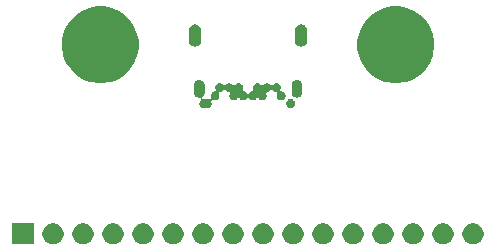
<source format=gbr>
G04 #@! TF.GenerationSoftware,KiCad,Pcbnew,(5.1.5)-3*
G04 #@! TF.CreationDate,2020-05-05T01:34:39+02:00*
G04 #@! TF.ProjectId,USB-C-USB-3.2,5553422d-432d-4555-9342-2d332e322e6b,rev?*
G04 #@! TF.SameCoordinates,Original*
G04 #@! TF.FileFunction,Soldermask,Bot*
G04 #@! TF.FilePolarity,Negative*
%FSLAX46Y46*%
G04 Gerber Fmt 4.6, Leading zero omitted, Abs format (unit mm)*
G04 Created by KiCad (PCBNEW (5.1.5)-3) date 2020-05-05 01:34:39*
%MOMM*%
%LPD*%
G04 APERTURE LIST*
%ADD10C,0.100000*%
G04 APERTURE END LIST*
D10*
G36*
X101663512Y-76103927D02*
G01*
X101812812Y-76133624D01*
X101976784Y-76201544D01*
X102124354Y-76300147D01*
X102249853Y-76425646D01*
X102348456Y-76573216D01*
X102416376Y-76737188D01*
X102451000Y-76911259D01*
X102451000Y-77088741D01*
X102416376Y-77262812D01*
X102348456Y-77426784D01*
X102249853Y-77574354D01*
X102124354Y-77699853D01*
X101976784Y-77798456D01*
X101812812Y-77866376D01*
X101663512Y-77896073D01*
X101638742Y-77901000D01*
X101461258Y-77901000D01*
X101436488Y-77896073D01*
X101287188Y-77866376D01*
X101123216Y-77798456D01*
X100975646Y-77699853D01*
X100850147Y-77574354D01*
X100751544Y-77426784D01*
X100683624Y-77262812D01*
X100649000Y-77088741D01*
X100649000Y-76911259D01*
X100683624Y-76737188D01*
X100751544Y-76573216D01*
X100850147Y-76425646D01*
X100975646Y-76300147D01*
X101123216Y-76201544D01*
X101287188Y-76133624D01*
X101436488Y-76103927D01*
X101461258Y-76099000D01*
X101638742Y-76099000D01*
X101663512Y-76103927D01*
G37*
G36*
X66103512Y-76103927D02*
G01*
X66252812Y-76133624D01*
X66416784Y-76201544D01*
X66564354Y-76300147D01*
X66689853Y-76425646D01*
X66788456Y-76573216D01*
X66856376Y-76737188D01*
X66891000Y-76911259D01*
X66891000Y-77088741D01*
X66856376Y-77262812D01*
X66788456Y-77426784D01*
X66689853Y-77574354D01*
X66564354Y-77699853D01*
X66416784Y-77798456D01*
X66252812Y-77866376D01*
X66103512Y-77896073D01*
X66078742Y-77901000D01*
X65901258Y-77901000D01*
X65876488Y-77896073D01*
X65727188Y-77866376D01*
X65563216Y-77798456D01*
X65415646Y-77699853D01*
X65290147Y-77574354D01*
X65191544Y-77426784D01*
X65123624Y-77262812D01*
X65089000Y-77088741D01*
X65089000Y-76911259D01*
X65123624Y-76737188D01*
X65191544Y-76573216D01*
X65290147Y-76425646D01*
X65415646Y-76300147D01*
X65563216Y-76201544D01*
X65727188Y-76133624D01*
X65876488Y-76103927D01*
X65901258Y-76099000D01*
X66078742Y-76099000D01*
X66103512Y-76103927D01*
G37*
G36*
X64351000Y-77901000D02*
G01*
X62549000Y-77901000D01*
X62549000Y-76099000D01*
X64351000Y-76099000D01*
X64351000Y-77901000D01*
G37*
G36*
X68643512Y-76103927D02*
G01*
X68792812Y-76133624D01*
X68956784Y-76201544D01*
X69104354Y-76300147D01*
X69229853Y-76425646D01*
X69328456Y-76573216D01*
X69396376Y-76737188D01*
X69431000Y-76911259D01*
X69431000Y-77088741D01*
X69396376Y-77262812D01*
X69328456Y-77426784D01*
X69229853Y-77574354D01*
X69104354Y-77699853D01*
X68956784Y-77798456D01*
X68792812Y-77866376D01*
X68643512Y-77896073D01*
X68618742Y-77901000D01*
X68441258Y-77901000D01*
X68416488Y-77896073D01*
X68267188Y-77866376D01*
X68103216Y-77798456D01*
X67955646Y-77699853D01*
X67830147Y-77574354D01*
X67731544Y-77426784D01*
X67663624Y-77262812D01*
X67629000Y-77088741D01*
X67629000Y-76911259D01*
X67663624Y-76737188D01*
X67731544Y-76573216D01*
X67830147Y-76425646D01*
X67955646Y-76300147D01*
X68103216Y-76201544D01*
X68267188Y-76133624D01*
X68416488Y-76103927D01*
X68441258Y-76099000D01*
X68618742Y-76099000D01*
X68643512Y-76103927D01*
G37*
G36*
X71183512Y-76103927D02*
G01*
X71332812Y-76133624D01*
X71496784Y-76201544D01*
X71644354Y-76300147D01*
X71769853Y-76425646D01*
X71868456Y-76573216D01*
X71936376Y-76737188D01*
X71971000Y-76911259D01*
X71971000Y-77088741D01*
X71936376Y-77262812D01*
X71868456Y-77426784D01*
X71769853Y-77574354D01*
X71644354Y-77699853D01*
X71496784Y-77798456D01*
X71332812Y-77866376D01*
X71183512Y-77896073D01*
X71158742Y-77901000D01*
X70981258Y-77901000D01*
X70956488Y-77896073D01*
X70807188Y-77866376D01*
X70643216Y-77798456D01*
X70495646Y-77699853D01*
X70370147Y-77574354D01*
X70271544Y-77426784D01*
X70203624Y-77262812D01*
X70169000Y-77088741D01*
X70169000Y-76911259D01*
X70203624Y-76737188D01*
X70271544Y-76573216D01*
X70370147Y-76425646D01*
X70495646Y-76300147D01*
X70643216Y-76201544D01*
X70807188Y-76133624D01*
X70956488Y-76103927D01*
X70981258Y-76099000D01*
X71158742Y-76099000D01*
X71183512Y-76103927D01*
G37*
G36*
X73723512Y-76103927D02*
G01*
X73872812Y-76133624D01*
X74036784Y-76201544D01*
X74184354Y-76300147D01*
X74309853Y-76425646D01*
X74408456Y-76573216D01*
X74476376Y-76737188D01*
X74511000Y-76911259D01*
X74511000Y-77088741D01*
X74476376Y-77262812D01*
X74408456Y-77426784D01*
X74309853Y-77574354D01*
X74184354Y-77699853D01*
X74036784Y-77798456D01*
X73872812Y-77866376D01*
X73723512Y-77896073D01*
X73698742Y-77901000D01*
X73521258Y-77901000D01*
X73496488Y-77896073D01*
X73347188Y-77866376D01*
X73183216Y-77798456D01*
X73035646Y-77699853D01*
X72910147Y-77574354D01*
X72811544Y-77426784D01*
X72743624Y-77262812D01*
X72709000Y-77088741D01*
X72709000Y-76911259D01*
X72743624Y-76737188D01*
X72811544Y-76573216D01*
X72910147Y-76425646D01*
X73035646Y-76300147D01*
X73183216Y-76201544D01*
X73347188Y-76133624D01*
X73496488Y-76103927D01*
X73521258Y-76099000D01*
X73698742Y-76099000D01*
X73723512Y-76103927D01*
G37*
G36*
X76263512Y-76103927D02*
G01*
X76412812Y-76133624D01*
X76576784Y-76201544D01*
X76724354Y-76300147D01*
X76849853Y-76425646D01*
X76948456Y-76573216D01*
X77016376Y-76737188D01*
X77051000Y-76911259D01*
X77051000Y-77088741D01*
X77016376Y-77262812D01*
X76948456Y-77426784D01*
X76849853Y-77574354D01*
X76724354Y-77699853D01*
X76576784Y-77798456D01*
X76412812Y-77866376D01*
X76263512Y-77896073D01*
X76238742Y-77901000D01*
X76061258Y-77901000D01*
X76036488Y-77896073D01*
X75887188Y-77866376D01*
X75723216Y-77798456D01*
X75575646Y-77699853D01*
X75450147Y-77574354D01*
X75351544Y-77426784D01*
X75283624Y-77262812D01*
X75249000Y-77088741D01*
X75249000Y-76911259D01*
X75283624Y-76737188D01*
X75351544Y-76573216D01*
X75450147Y-76425646D01*
X75575646Y-76300147D01*
X75723216Y-76201544D01*
X75887188Y-76133624D01*
X76036488Y-76103927D01*
X76061258Y-76099000D01*
X76238742Y-76099000D01*
X76263512Y-76103927D01*
G37*
G36*
X78803512Y-76103927D02*
G01*
X78952812Y-76133624D01*
X79116784Y-76201544D01*
X79264354Y-76300147D01*
X79389853Y-76425646D01*
X79488456Y-76573216D01*
X79556376Y-76737188D01*
X79591000Y-76911259D01*
X79591000Y-77088741D01*
X79556376Y-77262812D01*
X79488456Y-77426784D01*
X79389853Y-77574354D01*
X79264354Y-77699853D01*
X79116784Y-77798456D01*
X78952812Y-77866376D01*
X78803512Y-77896073D01*
X78778742Y-77901000D01*
X78601258Y-77901000D01*
X78576488Y-77896073D01*
X78427188Y-77866376D01*
X78263216Y-77798456D01*
X78115646Y-77699853D01*
X77990147Y-77574354D01*
X77891544Y-77426784D01*
X77823624Y-77262812D01*
X77789000Y-77088741D01*
X77789000Y-76911259D01*
X77823624Y-76737188D01*
X77891544Y-76573216D01*
X77990147Y-76425646D01*
X78115646Y-76300147D01*
X78263216Y-76201544D01*
X78427188Y-76133624D01*
X78576488Y-76103927D01*
X78601258Y-76099000D01*
X78778742Y-76099000D01*
X78803512Y-76103927D01*
G37*
G36*
X81343512Y-76103927D02*
G01*
X81492812Y-76133624D01*
X81656784Y-76201544D01*
X81804354Y-76300147D01*
X81929853Y-76425646D01*
X82028456Y-76573216D01*
X82096376Y-76737188D01*
X82131000Y-76911259D01*
X82131000Y-77088741D01*
X82096376Y-77262812D01*
X82028456Y-77426784D01*
X81929853Y-77574354D01*
X81804354Y-77699853D01*
X81656784Y-77798456D01*
X81492812Y-77866376D01*
X81343512Y-77896073D01*
X81318742Y-77901000D01*
X81141258Y-77901000D01*
X81116488Y-77896073D01*
X80967188Y-77866376D01*
X80803216Y-77798456D01*
X80655646Y-77699853D01*
X80530147Y-77574354D01*
X80431544Y-77426784D01*
X80363624Y-77262812D01*
X80329000Y-77088741D01*
X80329000Y-76911259D01*
X80363624Y-76737188D01*
X80431544Y-76573216D01*
X80530147Y-76425646D01*
X80655646Y-76300147D01*
X80803216Y-76201544D01*
X80967188Y-76133624D01*
X81116488Y-76103927D01*
X81141258Y-76099000D01*
X81318742Y-76099000D01*
X81343512Y-76103927D01*
G37*
G36*
X86423512Y-76103927D02*
G01*
X86572812Y-76133624D01*
X86736784Y-76201544D01*
X86884354Y-76300147D01*
X87009853Y-76425646D01*
X87108456Y-76573216D01*
X87176376Y-76737188D01*
X87211000Y-76911259D01*
X87211000Y-77088741D01*
X87176376Y-77262812D01*
X87108456Y-77426784D01*
X87009853Y-77574354D01*
X86884354Y-77699853D01*
X86736784Y-77798456D01*
X86572812Y-77866376D01*
X86423512Y-77896073D01*
X86398742Y-77901000D01*
X86221258Y-77901000D01*
X86196488Y-77896073D01*
X86047188Y-77866376D01*
X85883216Y-77798456D01*
X85735646Y-77699853D01*
X85610147Y-77574354D01*
X85511544Y-77426784D01*
X85443624Y-77262812D01*
X85409000Y-77088741D01*
X85409000Y-76911259D01*
X85443624Y-76737188D01*
X85511544Y-76573216D01*
X85610147Y-76425646D01*
X85735646Y-76300147D01*
X85883216Y-76201544D01*
X86047188Y-76133624D01*
X86196488Y-76103927D01*
X86221258Y-76099000D01*
X86398742Y-76099000D01*
X86423512Y-76103927D01*
G37*
G36*
X88963512Y-76103927D02*
G01*
X89112812Y-76133624D01*
X89276784Y-76201544D01*
X89424354Y-76300147D01*
X89549853Y-76425646D01*
X89648456Y-76573216D01*
X89716376Y-76737188D01*
X89751000Y-76911259D01*
X89751000Y-77088741D01*
X89716376Y-77262812D01*
X89648456Y-77426784D01*
X89549853Y-77574354D01*
X89424354Y-77699853D01*
X89276784Y-77798456D01*
X89112812Y-77866376D01*
X88963512Y-77896073D01*
X88938742Y-77901000D01*
X88761258Y-77901000D01*
X88736488Y-77896073D01*
X88587188Y-77866376D01*
X88423216Y-77798456D01*
X88275646Y-77699853D01*
X88150147Y-77574354D01*
X88051544Y-77426784D01*
X87983624Y-77262812D01*
X87949000Y-77088741D01*
X87949000Y-76911259D01*
X87983624Y-76737188D01*
X88051544Y-76573216D01*
X88150147Y-76425646D01*
X88275646Y-76300147D01*
X88423216Y-76201544D01*
X88587188Y-76133624D01*
X88736488Y-76103927D01*
X88761258Y-76099000D01*
X88938742Y-76099000D01*
X88963512Y-76103927D01*
G37*
G36*
X91503512Y-76103927D02*
G01*
X91652812Y-76133624D01*
X91816784Y-76201544D01*
X91964354Y-76300147D01*
X92089853Y-76425646D01*
X92188456Y-76573216D01*
X92256376Y-76737188D01*
X92291000Y-76911259D01*
X92291000Y-77088741D01*
X92256376Y-77262812D01*
X92188456Y-77426784D01*
X92089853Y-77574354D01*
X91964354Y-77699853D01*
X91816784Y-77798456D01*
X91652812Y-77866376D01*
X91503512Y-77896073D01*
X91478742Y-77901000D01*
X91301258Y-77901000D01*
X91276488Y-77896073D01*
X91127188Y-77866376D01*
X90963216Y-77798456D01*
X90815646Y-77699853D01*
X90690147Y-77574354D01*
X90591544Y-77426784D01*
X90523624Y-77262812D01*
X90489000Y-77088741D01*
X90489000Y-76911259D01*
X90523624Y-76737188D01*
X90591544Y-76573216D01*
X90690147Y-76425646D01*
X90815646Y-76300147D01*
X90963216Y-76201544D01*
X91127188Y-76133624D01*
X91276488Y-76103927D01*
X91301258Y-76099000D01*
X91478742Y-76099000D01*
X91503512Y-76103927D01*
G37*
G36*
X94043512Y-76103927D02*
G01*
X94192812Y-76133624D01*
X94356784Y-76201544D01*
X94504354Y-76300147D01*
X94629853Y-76425646D01*
X94728456Y-76573216D01*
X94796376Y-76737188D01*
X94831000Y-76911259D01*
X94831000Y-77088741D01*
X94796376Y-77262812D01*
X94728456Y-77426784D01*
X94629853Y-77574354D01*
X94504354Y-77699853D01*
X94356784Y-77798456D01*
X94192812Y-77866376D01*
X94043512Y-77896073D01*
X94018742Y-77901000D01*
X93841258Y-77901000D01*
X93816488Y-77896073D01*
X93667188Y-77866376D01*
X93503216Y-77798456D01*
X93355646Y-77699853D01*
X93230147Y-77574354D01*
X93131544Y-77426784D01*
X93063624Y-77262812D01*
X93029000Y-77088741D01*
X93029000Y-76911259D01*
X93063624Y-76737188D01*
X93131544Y-76573216D01*
X93230147Y-76425646D01*
X93355646Y-76300147D01*
X93503216Y-76201544D01*
X93667188Y-76133624D01*
X93816488Y-76103927D01*
X93841258Y-76099000D01*
X94018742Y-76099000D01*
X94043512Y-76103927D01*
G37*
G36*
X96583512Y-76103927D02*
G01*
X96732812Y-76133624D01*
X96896784Y-76201544D01*
X97044354Y-76300147D01*
X97169853Y-76425646D01*
X97268456Y-76573216D01*
X97336376Y-76737188D01*
X97371000Y-76911259D01*
X97371000Y-77088741D01*
X97336376Y-77262812D01*
X97268456Y-77426784D01*
X97169853Y-77574354D01*
X97044354Y-77699853D01*
X96896784Y-77798456D01*
X96732812Y-77866376D01*
X96583512Y-77896073D01*
X96558742Y-77901000D01*
X96381258Y-77901000D01*
X96356488Y-77896073D01*
X96207188Y-77866376D01*
X96043216Y-77798456D01*
X95895646Y-77699853D01*
X95770147Y-77574354D01*
X95671544Y-77426784D01*
X95603624Y-77262812D01*
X95569000Y-77088741D01*
X95569000Y-76911259D01*
X95603624Y-76737188D01*
X95671544Y-76573216D01*
X95770147Y-76425646D01*
X95895646Y-76300147D01*
X96043216Y-76201544D01*
X96207188Y-76133624D01*
X96356488Y-76103927D01*
X96381258Y-76099000D01*
X96558742Y-76099000D01*
X96583512Y-76103927D01*
G37*
G36*
X99123512Y-76103927D02*
G01*
X99272812Y-76133624D01*
X99436784Y-76201544D01*
X99584354Y-76300147D01*
X99709853Y-76425646D01*
X99808456Y-76573216D01*
X99876376Y-76737188D01*
X99911000Y-76911259D01*
X99911000Y-77088741D01*
X99876376Y-77262812D01*
X99808456Y-77426784D01*
X99709853Y-77574354D01*
X99584354Y-77699853D01*
X99436784Y-77798456D01*
X99272812Y-77866376D01*
X99123512Y-77896073D01*
X99098742Y-77901000D01*
X98921258Y-77901000D01*
X98896488Y-77896073D01*
X98747188Y-77866376D01*
X98583216Y-77798456D01*
X98435646Y-77699853D01*
X98310147Y-77574354D01*
X98211544Y-77426784D01*
X98143624Y-77262812D01*
X98109000Y-77088741D01*
X98109000Y-76911259D01*
X98143624Y-76737188D01*
X98211544Y-76573216D01*
X98310147Y-76425646D01*
X98435646Y-76300147D01*
X98583216Y-76201544D01*
X98747188Y-76133624D01*
X98896488Y-76103927D01*
X98921258Y-76099000D01*
X99098742Y-76099000D01*
X99123512Y-76103927D01*
G37*
G36*
X83883512Y-76103927D02*
G01*
X84032812Y-76133624D01*
X84196784Y-76201544D01*
X84344354Y-76300147D01*
X84469853Y-76425646D01*
X84568456Y-76573216D01*
X84636376Y-76737188D01*
X84671000Y-76911259D01*
X84671000Y-77088741D01*
X84636376Y-77262812D01*
X84568456Y-77426784D01*
X84469853Y-77574354D01*
X84344354Y-77699853D01*
X84196784Y-77798456D01*
X84032812Y-77866376D01*
X83883512Y-77896073D01*
X83858742Y-77901000D01*
X83681258Y-77901000D01*
X83656488Y-77896073D01*
X83507188Y-77866376D01*
X83343216Y-77798456D01*
X83195646Y-77699853D01*
X83070147Y-77574354D01*
X82971544Y-77426784D01*
X82903624Y-77262812D01*
X82869000Y-77088741D01*
X82869000Y-76911259D01*
X82903624Y-76737188D01*
X82971544Y-76573216D01*
X83070147Y-76425646D01*
X83195646Y-76300147D01*
X83343216Y-76201544D01*
X83507188Y-76133624D01*
X83656488Y-76103927D01*
X83681258Y-76099000D01*
X83858742Y-76099000D01*
X83883512Y-76103927D01*
G37*
G36*
X86209672Y-65598449D02*
G01*
X86209674Y-65598450D01*
X86209675Y-65598450D01*
X86278103Y-65626793D01*
X86339686Y-65667942D01*
X86392058Y-65720314D01*
X86433207Y-65781897D01*
X86441233Y-65801275D01*
X86461551Y-65850328D01*
X86476000Y-65922966D01*
X86476000Y-65997034D01*
X86468705Y-66033709D01*
X86461550Y-66069675D01*
X86433207Y-66138103D01*
X86392058Y-66199686D01*
X86339686Y-66252058D01*
X86278103Y-66293207D01*
X86209675Y-66321550D01*
X86209674Y-66321550D01*
X86209672Y-66321551D01*
X86137034Y-66336000D01*
X86062966Y-66336000D01*
X85990328Y-66321551D01*
X85990326Y-66321550D01*
X85990325Y-66321550D01*
X85921897Y-66293207D01*
X85860314Y-66252058D01*
X85807942Y-66199686D01*
X85766793Y-66138103D01*
X85738450Y-66069675D01*
X85731296Y-66033709D01*
X85724000Y-65997034D01*
X85724000Y-65922966D01*
X85738449Y-65850328D01*
X85758767Y-65801275D01*
X85766793Y-65781897D01*
X85807942Y-65720314D01*
X85860314Y-65667942D01*
X85921897Y-65626793D01*
X85990325Y-65598450D01*
X85990326Y-65598450D01*
X85990328Y-65598449D01*
X86062966Y-65584000D01*
X86137034Y-65584000D01*
X86209672Y-65598449D01*
G37*
G36*
X78458410Y-63965525D02*
G01*
X78543426Y-63991314D01*
X78621775Y-64033193D01*
X78690449Y-64089551D01*
X78746807Y-64158225D01*
X78788686Y-64236574D01*
X78814475Y-64321590D01*
X78821000Y-64387842D01*
X78821000Y-65032158D01*
X78814475Y-65098410D01*
X78788686Y-65183426D01*
X78746807Y-65261775D01*
X78690449Y-65330448D01*
X78651546Y-65362374D01*
X78634219Y-65379701D01*
X78620605Y-65400075D01*
X78611227Y-65422714D01*
X78606446Y-65446747D01*
X78606446Y-65471251D01*
X78611226Y-65495285D01*
X78620603Y-65517924D01*
X78634216Y-65538298D01*
X78651543Y-65555625D01*
X78671917Y-65569239D01*
X78694556Y-65578617D01*
X78718589Y-65583398D01*
X78730843Y-65584000D01*
X79068472Y-65584000D01*
X79123710Y-65589440D01*
X79196825Y-65611620D01*
X79220858Y-65616401D01*
X79245362Y-65616401D01*
X79269396Y-65611621D01*
X79292035Y-65602244D01*
X79312409Y-65588630D01*
X79329736Y-65571303D01*
X79343350Y-65550929D01*
X79352727Y-65528290D01*
X79357508Y-65504257D01*
X79357508Y-65479753D01*
X79352728Y-65455719D01*
X79348595Y-65444169D01*
X79338449Y-65419674D01*
X79324000Y-65347034D01*
X79324000Y-65272966D01*
X79338449Y-65200328D01*
X79345450Y-65183425D01*
X79366793Y-65131897D01*
X79407942Y-65070314D01*
X79460314Y-65017942D01*
X79521897Y-64976793D01*
X79590325Y-64948450D01*
X79590324Y-64948450D01*
X79590327Y-64948449D01*
X79665338Y-64933528D01*
X79688786Y-64926415D01*
X79710397Y-64914864D01*
X79729339Y-64899318D01*
X79744884Y-64880376D01*
X79756435Y-64858766D01*
X79763548Y-64835317D01*
X79765950Y-64810931D01*
X79763548Y-64786544D01*
X79756435Y-64763096D01*
X79738449Y-64719674D01*
X79724000Y-64647034D01*
X79724000Y-64572966D01*
X79738449Y-64500328D01*
X79738450Y-64500325D01*
X79766793Y-64431897D01*
X79807942Y-64370314D01*
X79860314Y-64317942D01*
X79921897Y-64276793D01*
X79990325Y-64248450D01*
X79990326Y-64248450D01*
X79990328Y-64248449D01*
X80062966Y-64234000D01*
X80137034Y-64234000D01*
X80209672Y-64248449D01*
X80209674Y-64248450D01*
X80209675Y-64248450D01*
X80278103Y-64276793D01*
X80339686Y-64317942D01*
X80392058Y-64370314D01*
X80396072Y-64376321D01*
X80411612Y-64395256D01*
X80430553Y-64410801D01*
X80452164Y-64422353D01*
X80475613Y-64429466D01*
X80499999Y-64431868D01*
X80524385Y-64429466D01*
X80547834Y-64422353D01*
X80569445Y-64410803D01*
X80588387Y-64395257D01*
X80603928Y-64376321D01*
X80607942Y-64370314D01*
X80660314Y-64317942D01*
X80721897Y-64276793D01*
X80790325Y-64248450D01*
X80790326Y-64248450D01*
X80790328Y-64248449D01*
X80862966Y-64234000D01*
X80937034Y-64234000D01*
X81009672Y-64248449D01*
X81009674Y-64248450D01*
X81009675Y-64248450D01*
X81078103Y-64276793D01*
X81139686Y-64317942D01*
X81192058Y-64370314D01*
X81196072Y-64376321D01*
X81211612Y-64395256D01*
X81230553Y-64410801D01*
X81252164Y-64422353D01*
X81275613Y-64429466D01*
X81299999Y-64431868D01*
X81324385Y-64429466D01*
X81347834Y-64422353D01*
X81369445Y-64410803D01*
X81388387Y-64395257D01*
X81403928Y-64376321D01*
X81407942Y-64370314D01*
X81460314Y-64317942D01*
X81521897Y-64276793D01*
X81590325Y-64248450D01*
X81590326Y-64248450D01*
X81590328Y-64248449D01*
X81662966Y-64234000D01*
X81737034Y-64234000D01*
X81809672Y-64248449D01*
X81809674Y-64248450D01*
X81809675Y-64248450D01*
X81878103Y-64276793D01*
X81939686Y-64317942D01*
X81992058Y-64370314D01*
X82033207Y-64431897D01*
X82061550Y-64500325D01*
X82061551Y-64500328D01*
X82076000Y-64572966D01*
X82076000Y-64647034D01*
X82061551Y-64719674D01*
X82043565Y-64763096D01*
X82036452Y-64786545D01*
X82034050Y-64810931D01*
X82036452Y-64835317D01*
X82043565Y-64858766D01*
X82055116Y-64880376D01*
X82070661Y-64899318D01*
X82089603Y-64914864D01*
X82111214Y-64926415D01*
X82134662Y-64933528D01*
X82209673Y-64948449D01*
X82209676Y-64948450D01*
X82209675Y-64948450D01*
X82278103Y-64976793D01*
X82339686Y-65017942D01*
X82392058Y-65070314D01*
X82396072Y-65076321D01*
X82411612Y-65095256D01*
X82430553Y-65110801D01*
X82452164Y-65122353D01*
X82475613Y-65129466D01*
X82499999Y-65131868D01*
X82524385Y-65129466D01*
X82547834Y-65122353D01*
X82569445Y-65110803D01*
X82588387Y-65095257D01*
X82603928Y-65076321D01*
X82607942Y-65070314D01*
X82660314Y-65017942D01*
X82721897Y-64976793D01*
X82790325Y-64948450D01*
X82790324Y-64948450D01*
X82790327Y-64948449D01*
X82865338Y-64933528D01*
X82888786Y-64926415D01*
X82910397Y-64914864D01*
X82929339Y-64899318D01*
X82944884Y-64880376D01*
X82956435Y-64858766D01*
X82963548Y-64835317D01*
X82965950Y-64810931D01*
X82963548Y-64786544D01*
X82956435Y-64763096D01*
X82938449Y-64719674D01*
X82924000Y-64647034D01*
X82924000Y-64572966D01*
X82938449Y-64500328D01*
X82938450Y-64500325D01*
X82966793Y-64431897D01*
X83007942Y-64370314D01*
X83060314Y-64317942D01*
X83121897Y-64276793D01*
X83190325Y-64248450D01*
X83190326Y-64248450D01*
X83190328Y-64248449D01*
X83262966Y-64234000D01*
X83337034Y-64234000D01*
X83409672Y-64248449D01*
X83409674Y-64248450D01*
X83409675Y-64248450D01*
X83478103Y-64276793D01*
X83539686Y-64317942D01*
X83592058Y-64370314D01*
X83596072Y-64376321D01*
X83611612Y-64395256D01*
X83630553Y-64410801D01*
X83652164Y-64422353D01*
X83675613Y-64429466D01*
X83699999Y-64431868D01*
X83724385Y-64429466D01*
X83747834Y-64422353D01*
X83769445Y-64410803D01*
X83788387Y-64395257D01*
X83803928Y-64376321D01*
X83807942Y-64370314D01*
X83860314Y-64317942D01*
X83921897Y-64276793D01*
X83990325Y-64248450D01*
X83990326Y-64248450D01*
X83990328Y-64248449D01*
X84062966Y-64234000D01*
X84137034Y-64234000D01*
X84209672Y-64248449D01*
X84209674Y-64248450D01*
X84209675Y-64248450D01*
X84278103Y-64276793D01*
X84339686Y-64317942D01*
X84392058Y-64370314D01*
X84396072Y-64376321D01*
X84411612Y-64395256D01*
X84430553Y-64410801D01*
X84452164Y-64422353D01*
X84475613Y-64429466D01*
X84499999Y-64431868D01*
X84524385Y-64429466D01*
X84547834Y-64422353D01*
X84569445Y-64410803D01*
X84588387Y-64395257D01*
X84603928Y-64376321D01*
X84607942Y-64370314D01*
X84660314Y-64317942D01*
X84721897Y-64276793D01*
X84790325Y-64248450D01*
X84790326Y-64248450D01*
X84790328Y-64248449D01*
X84862966Y-64234000D01*
X84937034Y-64234000D01*
X85009672Y-64248449D01*
X85009674Y-64248450D01*
X85009675Y-64248450D01*
X85078103Y-64276793D01*
X85139686Y-64317942D01*
X85192058Y-64370314D01*
X85233207Y-64431897D01*
X85261550Y-64500325D01*
X85261551Y-64500328D01*
X85276000Y-64572966D01*
X85276000Y-64647034D01*
X85261551Y-64719674D01*
X85243565Y-64763096D01*
X85236452Y-64786545D01*
X85234050Y-64810931D01*
X85236452Y-64835317D01*
X85243565Y-64858766D01*
X85255116Y-64880376D01*
X85270661Y-64899318D01*
X85289603Y-64914864D01*
X85311214Y-64926415D01*
X85334662Y-64933528D01*
X85409673Y-64948449D01*
X85409676Y-64948450D01*
X85409675Y-64948450D01*
X85478103Y-64976793D01*
X85539686Y-65017942D01*
X85592058Y-65070314D01*
X85633207Y-65131897D01*
X85654550Y-65183425D01*
X85661551Y-65200328D01*
X85676000Y-65272966D01*
X85676000Y-65347034D01*
X85672949Y-65362374D01*
X85661550Y-65419675D01*
X85633207Y-65488103D01*
X85592058Y-65549686D01*
X85539686Y-65602058D01*
X85478103Y-65643207D01*
X85409675Y-65671550D01*
X85409674Y-65671550D01*
X85409672Y-65671551D01*
X85337034Y-65686000D01*
X85262966Y-65686000D01*
X85190328Y-65671551D01*
X85190326Y-65671550D01*
X85190325Y-65671550D01*
X85121897Y-65643207D01*
X85060314Y-65602058D01*
X85007942Y-65549686D01*
X84966793Y-65488103D01*
X84938450Y-65419675D01*
X84927052Y-65362374D01*
X84924000Y-65347034D01*
X84924000Y-65272966D01*
X84938449Y-65200326D01*
X84956435Y-65156904D01*
X84963548Y-65133455D01*
X84965950Y-65109069D01*
X84963548Y-65084683D01*
X84956435Y-65061234D01*
X84944884Y-65039624D01*
X84929339Y-65020682D01*
X84910397Y-65005136D01*
X84888786Y-64993585D01*
X84865338Y-64986472D01*
X84790327Y-64971551D01*
X84780304Y-64967399D01*
X84721897Y-64943207D01*
X84660314Y-64902058D01*
X84607942Y-64849686D01*
X84603928Y-64843679D01*
X84588388Y-64824744D01*
X84569447Y-64809199D01*
X84547836Y-64797647D01*
X84524387Y-64790534D01*
X84500001Y-64788132D01*
X84475615Y-64790534D01*
X84452166Y-64797647D01*
X84430555Y-64809197D01*
X84411613Y-64824743D01*
X84396072Y-64843679D01*
X84392058Y-64849686D01*
X84339686Y-64902058D01*
X84278103Y-64943207D01*
X84219696Y-64967399D01*
X84209673Y-64971551D01*
X84134662Y-64986472D01*
X84111214Y-64993585D01*
X84089603Y-65005136D01*
X84070661Y-65020682D01*
X84055116Y-65039624D01*
X84043565Y-65061234D01*
X84036452Y-65084683D01*
X84034050Y-65109069D01*
X84036452Y-65133456D01*
X84043565Y-65156904D01*
X84061551Y-65200326D01*
X84076000Y-65272966D01*
X84076000Y-65347034D01*
X84072949Y-65362374D01*
X84061550Y-65419675D01*
X84033207Y-65488103D01*
X83992058Y-65549686D01*
X83939686Y-65602058D01*
X83878103Y-65643207D01*
X83809675Y-65671550D01*
X83809674Y-65671550D01*
X83809672Y-65671551D01*
X83737034Y-65686000D01*
X83662966Y-65686000D01*
X83590328Y-65671551D01*
X83590326Y-65671550D01*
X83590325Y-65671550D01*
X83521897Y-65643207D01*
X83460314Y-65602058D01*
X83407942Y-65549686D01*
X83403928Y-65543679D01*
X83388388Y-65524744D01*
X83369447Y-65509199D01*
X83347836Y-65497647D01*
X83324387Y-65490534D01*
X83300001Y-65488132D01*
X83275615Y-65490534D01*
X83252166Y-65497647D01*
X83230555Y-65509197D01*
X83211613Y-65524743D01*
X83196072Y-65543679D01*
X83192058Y-65549686D01*
X83139686Y-65602058D01*
X83078103Y-65643207D01*
X83009675Y-65671550D01*
X83009674Y-65671550D01*
X83009672Y-65671551D01*
X82937034Y-65686000D01*
X82862966Y-65686000D01*
X82790328Y-65671551D01*
X82790326Y-65671550D01*
X82790325Y-65671550D01*
X82721897Y-65643207D01*
X82660314Y-65602058D01*
X82607942Y-65549686D01*
X82603928Y-65543679D01*
X82588388Y-65524744D01*
X82569447Y-65509199D01*
X82547836Y-65497647D01*
X82524387Y-65490534D01*
X82500001Y-65488132D01*
X82475615Y-65490534D01*
X82452166Y-65497647D01*
X82430555Y-65509197D01*
X82411613Y-65524743D01*
X82396072Y-65543679D01*
X82392058Y-65549686D01*
X82339686Y-65602058D01*
X82278103Y-65643207D01*
X82209675Y-65671550D01*
X82209674Y-65671550D01*
X82209672Y-65671551D01*
X82137034Y-65686000D01*
X82062966Y-65686000D01*
X81990328Y-65671551D01*
X81990326Y-65671550D01*
X81990325Y-65671550D01*
X81921897Y-65643207D01*
X81860314Y-65602058D01*
X81807942Y-65549686D01*
X81803928Y-65543679D01*
X81788388Y-65524744D01*
X81769447Y-65509199D01*
X81747836Y-65497647D01*
X81724387Y-65490534D01*
X81700001Y-65488132D01*
X81675615Y-65490534D01*
X81652166Y-65497647D01*
X81630555Y-65509197D01*
X81611613Y-65524743D01*
X81596072Y-65543679D01*
X81592058Y-65549686D01*
X81539686Y-65602058D01*
X81478103Y-65643207D01*
X81409675Y-65671550D01*
X81409674Y-65671550D01*
X81409672Y-65671551D01*
X81337034Y-65686000D01*
X81262966Y-65686000D01*
X81190328Y-65671551D01*
X81190326Y-65671550D01*
X81190325Y-65671550D01*
X81121897Y-65643207D01*
X81060314Y-65602058D01*
X81007942Y-65549686D01*
X80966793Y-65488103D01*
X80938450Y-65419675D01*
X80927052Y-65362374D01*
X80924000Y-65347034D01*
X80924000Y-65272966D01*
X80938449Y-65200326D01*
X80956435Y-65156904D01*
X80963548Y-65133455D01*
X80965950Y-65109069D01*
X80963548Y-65084683D01*
X80956435Y-65061234D01*
X80944884Y-65039624D01*
X80929339Y-65020682D01*
X80910397Y-65005136D01*
X80888786Y-64993585D01*
X80865338Y-64986472D01*
X80790327Y-64971551D01*
X80780304Y-64967399D01*
X80721897Y-64943207D01*
X80660314Y-64902058D01*
X80607942Y-64849686D01*
X80603928Y-64843679D01*
X80588388Y-64824744D01*
X80569447Y-64809199D01*
X80547836Y-64797647D01*
X80524387Y-64790534D01*
X80500001Y-64788132D01*
X80475615Y-64790534D01*
X80452166Y-64797647D01*
X80430555Y-64809197D01*
X80411613Y-64824743D01*
X80396072Y-64843679D01*
X80392058Y-64849686D01*
X80339686Y-64902058D01*
X80278103Y-64943207D01*
X80219696Y-64967399D01*
X80209673Y-64971551D01*
X80134662Y-64986472D01*
X80111214Y-64993585D01*
X80089603Y-65005136D01*
X80070661Y-65020682D01*
X80055116Y-65039624D01*
X80043565Y-65061234D01*
X80036452Y-65084683D01*
X80034050Y-65109069D01*
X80036452Y-65133456D01*
X80043565Y-65156904D01*
X80061551Y-65200326D01*
X80076000Y-65272966D01*
X80076000Y-65347034D01*
X80072949Y-65362374D01*
X80061550Y-65419675D01*
X80033207Y-65488103D01*
X79992058Y-65549686D01*
X79939686Y-65602058D01*
X79878103Y-65643207D01*
X79809675Y-65671550D01*
X79809674Y-65671550D01*
X79809672Y-65671551D01*
X79737034Y-65686000D01*
X79662966Y-65686000D01*
X79590326Y-65671551D01*
X79565831Y-65661405D01*
X79542382Y-65654292D01*
X79517996Y-65651890D01*
X79493610Y-65654292D01*
X79470161Y-65661405D01*
X79448550Y-65672956D01*
X79429608Y-65688501D01*
X79414063Y-65707443D01*
X79402512Y-65729054D01*
X79395399Y-65752503D01*
X79392997Y-65776889D01*
X79395399Y-65801275D01*
X79398380Y-65813175D01*
X79420560Y-65886290D01*
X79427819Y-65960000D01*
X79420560Y-66033710D01*
X79399060Y-66104585D01*
X79364146Y-66169904D01*
X79317159Y-66227159D01*
X79259904Y-66274146D01*
X79194585Y-66309060D01*
X79123710Y-66330560D01*
X79068472Y-66336000D01*
X78731528Y-66336000D01*
X78676290Y-66330560D01*
X78605415Y-66309060D01*
X78540096Y-66274146D01*
X78482841Y-66227159D01*
X78435854Y-66169904D01*
X78400940Y-66104585D01*
X78379440Y-66033710D01*
X78372181Y-65960000D01*
X78379440Y-65886290D01*
X78400940Y-65815415D01*
X78435854Y-65750096D01*
X78482841Y-65692842D01*
X78497703Y-65680645D01*
X78515030Y-65663318D01*
X78528644Y-65642944D01*
X78538021Y-65620305D01*
X78542802Y-65596272D01*
X78542802Y-65571768D01*
X78538022Y-65547735D01*
X78528645Y-65525096D01*
X78515031Y-65504721D01*
X78497704Y-65487394D01*
X78477330Y-65473780D01*
X78454691Y-65464403D01*
X78430658Y-65459622D01*
X78406154Y-65459622D01*
X78370001Y-65463182D01*
X78370000Y-65463182D01*
X78361293Y-65462324D01*
X78281590Y-65454475D01*
X78196574Y-65428686D01*
X78118225Y-65386807D01*
X78049552Y-65330449D01*
X77993193Y-65261774D01*
X77951314Y-65183425D01*
X77925525Y-65098409D01*
X77919000Y-65032157D01*
X77919000Y-64387842D01*
X77925525Y-64321590D01*
X77951313Y-64236577D01*
X77993195Y-64158224D01*
X78049552Y-64089551D01*
X78118226Y-64033193D01*
X78196575Y-63991314D01*
X78281591Y-63965525D01*
X78370000Y-63956818D01*
X78458410Y-63965525D01*
G37*
G36*
X86718410Y-63965525D02*
G01*
X86803426Y-63991314D01*
X86881775Y-64033193D01*
X86950449Y-64089551D01*
X87006807Y-64158225D01*
X87048686Y-64236574D01*
X87074475Y-64321590D01*
X87081000Y-64387842D01*
X87081000Y-65032158D01*
X87074475Y-65098410D01*
X87048686Y-65183426D01*
X87006807Y-65261775D01*
X86950449Y-65330448D01*
X86881774Y-65386807D01*
X86803425Y-65428686D01*
X86718409Y-65454475D01*
X86630000Y-65463182D01*
X86541590Y-65454475D01*
X86456574Y-65428686D01*
X86378225Y-65386807D01*
X86309552Y-65330449D01*
X86253193Y-65261774D01*
X86211314Y-65183425D01*
X86185525Y-65098409D01*
X86179000Y-65032157D01*
X86179000Y-64387842D01*
X86185525Y-64321590D01*
X86211313Y-64236577D01*
X86253195Y-64158224D01*
X86309552Y-64089551D01*
X86378226Y-64033193D01*
X86456575Y-63991314D01*
X86541591Y-63965525D01*
X86630000Y-63956818D01*
X86718410Y-63965525D01*
G37*
G36*
X70634239Y-57811467D02*
G01*
X70948282Y-57873934D01*
X71539926Y-58119001D01*
X72072392Y-58474784D01*
X72525216Y-58927608D01*
X72880999Y-59460074D01*
X73126066Y-60051718D01*
X73126066Y-60051719D01*
X73251000Y-60679803D01*
X73251000Y-61320197D01*
X73188533Y-61634239D01*
X73126066Y-61948282D01*
X72880999Y-62539926D01*
X72525216Y-63072392D01*
X72072392Y-63525216D01*
X71539926Y-63880999D01*
X70948282Y-64126066D01*
X70634239Y-64188533D01*
X70320197Y-64251000D01*
X69679803Y-64251000D01*
X69365761Y-64188533D01*
X69051718Y-64126066D01*
X68460074Y-63880999D01*
X67927608Y-63525216D01*
X67474784Y-63072392D01*
X67119001Y-62539926D01*
X66873934Y-61948282D01*
X66811467Y-61634239D01*
X66749000Y-61320197D01*
X66749000Y-60679803D01*
X66873934Y-60051719D01*
X66873934Y-60051718D01*
X67119001Y-59460074D01*
X67474784Y-58927608D01*
X67927608Y-58474784D01*
X68460074Y-58119001D01*
X69051718Y-57873934D01*
X69365761Y-57811467D01*
X69679803Y-57749000D01*
X70320197Y-57749000D01*
X70634239Y-57811467D01*
G37*
G36*
X95634239Y-57811467D02*
G01*
X95948282Y-57873934D01*
X96539926Y-58119001D01*
X97072392Y-58474784D01*
X97525216Y-58927608D01*
X97880999Y-59460074D01*
X98126066Y-60051718D01*
X98126066Y-60051719D01*
X98251000Y-60679803D01*
X98251000Y-61320197D01*
X98188533Y-61634239D01*
X98126066Y-61948282D01*
X97880999Y-62539926D01*
X97525216Y-63072392D01*
X97072392Y-63525216D01*
X96539926Y-63880999D01*
X95948282Y-64126066D01*
X95634239Y-64188533D01*
X95320197Y-64251000D01*
X94679803Y-64251000D01*
X94365761Y-64188533D01*
X94051718Y-64126066D01*
X93460074Y-63880999D01*
X92927608Y-63525216D01*
X92474784Y-63072392D01*
X92119001Y-62539926D01*
X91873934Y-61948282D01*
X91811467Y-61634239D01*
X91749000Y-61320197D01*
X91749000Y-60679803D01*
X91873934Y-60051719D01*
X91873934Y-60051718D01*
X92119001Y-59460074D01*
X92474784Y-58927608D01*
X92927608Y-58474784D01*
X93460074Y-58119001D01*
X94051718Y-57873934D01*
X94365761Y-57811467D01*
X94679803Y-57749000D01*
X95320197Y-57749000D01*
X95634239Y-57811467D01*
G37*
G36*
X87093114Y-59256611D02*
G01*
X87192265Y-59286688D01*
X87283644Y-59335531D01*
X87363738Y-59401262D01*
X87429469Y-59481356D01*
X87478312Y-59572735D01*
X87508389Y-59671886D01*
X87516000Y-59749161D01*
X87516000Y-60650839D01*
X87508389Y-60728114D01*
X87478312Y-60827265D01*
X87429469Y-60918644D01*
X87363738Y-60998738D01*
X87283644Y-61064469D01*
X87192264Y-61113312D01*
X87093113Y-61143389D01*
X86990000Y-61153545D01*
X86886886Y-61143389D01*
X86787735Y-61113312D01*
X86696356Y-61064469D01*
X86616262Y-60998738D01*
X86550531Y-60918644D01*
X86501688Y-60827264D01*
X86471611Y-60728113D01*
X86464000Y-60650838D01*
X86464000Y-59749161D01*
X86471612Y-59671886D01*
X86501689Y-59572735D01*
X86550532Y-59481356D01*
X86616263Y-59401262D01*
X86696357Y-59335531D01*
X86787736Y-59286688D01*
X86886887Y-59256611D01*
X86990000Y-59246455D01*
X87093114Y-59256611D01*
G37*
G36*
X78113114Y-59256611D02*
G01*
X78212265Y-59286688D01*
X78303644Y-59335531D01*
X78383738Y-59401262D01*
X78449469Y-59481356D01*
X78498312Y-59572735D01*
X78528389Y-59671886D01*
X78536000Y-59749161D01*
X78536000Y-60650839D01*
X78528389Y-60728114D01*
X78498312Y-60827265D01*
X78449469Y-60918644D01*
X78383738Y-60998738D01*
X78303644Y-61064469D01*
X78212264Y-61113312D01*
X78113113Y-61143389D01*
X78010000Y-61153545D01*
X77906886Y-61143389D01*
X77807735Y-61113312D01*
X77716356Y-61064469D01*
X77636262Y-60998738D01*
X77570531Y-60918644D01*
X77521688Y-60827264D01*
X77491611Y-60728113D01*
X77484000Y-60650838D01*
X77484000Y-59749161D01*
X77491612Y-59671886D01*
X77521689Y-59572735D01*
X77570532Y-59481356D01*
X77636263Y-59401262D01*
X77716357Y-59335531D01*
X77807736Y-59286688D01*
X77906887Y-59256611D01*
X78010000Y-59246455D01*
X78113114Y-59256611D01*
G37*
M02*

</source>
